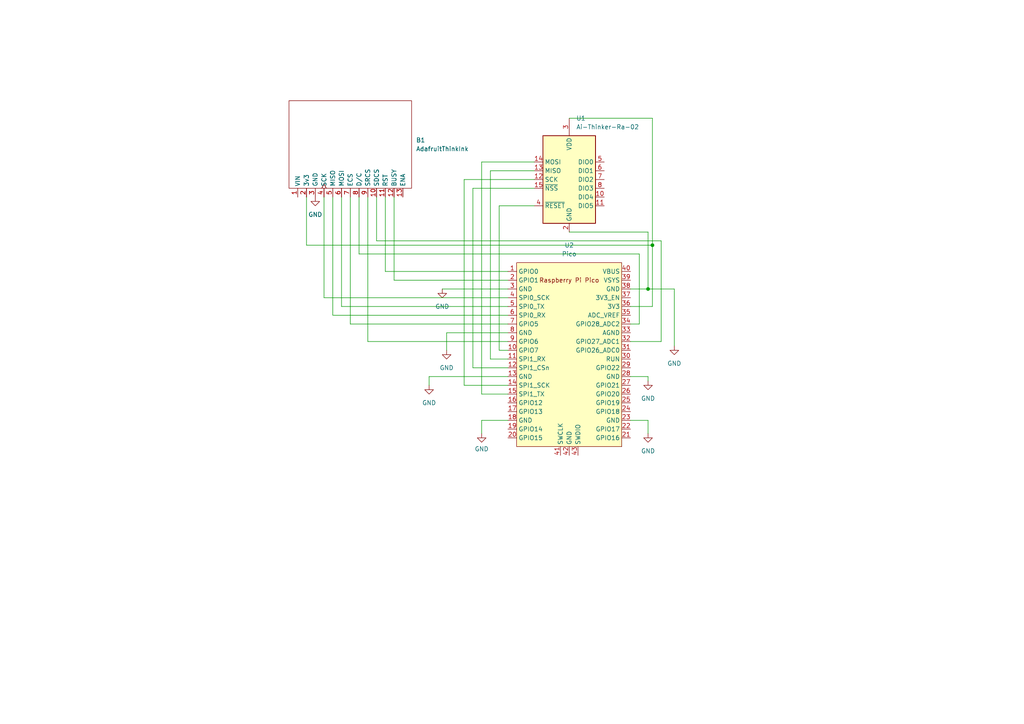
<source format=kicad_sch>
(kicad_sch (version 20211123) (generator eeschema)
  (paper "A4")
  (lib_symbols
    (symbol "RF_Module:Ai-Thinker-Ra-02"
      (property "Reference" "U" (at 2.54 19.05 0))
      (property "Value" "Ai-Thinker-Ra-02" (at 13.97 -15.24 0))
      (symbol "Ai-Thinker-Ra-02_0_1"
        (rectangle (start -7.62 12.7) (end 7.62 -12.7) (stroke (width 0.254)) (fill (type background)))
      )
      (symbol "Ai-Thinker-Ra-02_1_1"
        (pin passive line (at 0 -15.24 90) (length 2.54) hide (name "GND") (number "1"))
        (pin bidirectional line (at 10.16 -5.08 180) (length 2.54) (name "DIO4") (number "10"))
        (pin bidirectional line (at 10.16 -7.62 180) (length 2.54) (name "DIO5") (number "11"))
        (pin input line (at -10.16 0 0) (length 2.54) (name "SCK") (number "12"))
        (pin output line (at -10.16 2.54 0) (length 2.54) (name "MISO") (number "13"))
        (pin input line (at -10.16 5.08 0) (length 2.54) (name "MOSI") (number "14"))
        (pin input line (at -10.16 -2.54 0) (length 2.54) (name "~{NSS}") (number "15"))
        (pin passive line (at 0 -15.24 90) (length 2.54) hide (name "GND") (number "16"))
        (pin power_in line (at 0 -15.24 90) (length 2.54) (name "GND") (number "2"))
        (pin power_in line (at 0 17.78 270) (length 5.08) (name "VDD") (number "3"))
        (pin input line (at -10.16 -7.62 0) (length 2.54) (name "~{RESET}") (number "4"))
        (pin bidirectional line (at 10.16 5.08 180) (length 2.54) (name "DIO0") (number "5"))
        (pin bidirectional line (at 10.16 2.54 180) (length 2.54) (name "DIO1") (number "6"))
        (pin bidirectional line (at 10.16 0 180) (length 2.54) (name "DIO2") (number "7"))
        (pin bidirectional line (at 10.16 -2.54 180) (length 2.54) (name "DIO3") (number "8"))
        (pin passive line (at 0 -15.24 90) (length 2.54) hide (name "GND") (number "9"))
      )
    )
    (symbol "library:AdafruitThinkInk"
      (property "Reference" "B" (at 0 0 0))
      (property "Value" "AdafruitThinkInk" (at 0 0 0))
      (symbol "AdafruitThinkInk_0_1"
        (rectangle (start -16.51 12.7) (end 19.05 -12.7))
      )
      (symbol "AdafruitThinkInk_1_1"
        (pin power_in line (at -13.97 -15.24 90) (length 2.54) (name "VIN") (number "1"))
        (pin input line (at 8.89 -15.24 90) (length 2.54) (name "SDCS") (number "10"))
        (pin input line (at 11.43 -15.24 90) (length 2.54) (name "RST") (number "11"))
        (pin output line (at 13.97 -15.24 90) (length 2.54) (name "BUSY") (number "12"))
        (pin input line (at 16.51 -15.24 90) (length 2.54) (name "ENA") (number "13"))
        (pin power_in line (at -11.43 -15.24 90) (length 2.54) (name "3v3") (number "2"))
        (pin power_in line (at -8.89 -15.24 90) (length 2.54) (name "GND") (number "3"))
        (pin input clock (at -6.35 -15.24 90) (length 2.54) (name "SCK") (number "4"))
        (pin output line (at -3.81 -15.24 90) (length 2.54) (name "MISO") (number "5"))
        (pin input line (at -1.27 -15.24 90) (length 2.54) (name "MOSI") (number "6"))
        (pin input line (at 1.27 -15.24 90) (length 2.54) (name "ECS") (number "7"))
        (pin input line (at 3.81 -15.24 90) (length 2.54) (name "D/C") (number "8"))
        (pin input line (at 6.35 -15.24 90) (length 2.54) (name "SRCS") (number "9"))
      )
    )
    (symbol "pico:Pico"
      (property "Reference" "U2" (at 0 31.75 0))
      (property "Value" "Pico" (at 0 29.21 0))
      (symbol "Pico_0_0"
        (text "Raspberry Pi Pico" (at 0 21.59 0) (effects (font (size 1.27 1.27))))
      )
      (symbol "Pico_0_1"
        (rectangle (start -15.24 26.67) (end 15.24 -26.67) (fill (type background)))
      )
      (symbol "Pico_1_1"
        (pin bidirectional line (at -17.78 24.13 0) (length 2.54) (name "GPIO0") (number "1"))
        (pin bidirectional line (at -17.78 1.27 0) (length 2.54) (name "GPIO7") (number "10"))
        (pin bidirectional line (at -17.78 -1.27 0) (length 2.54) (name "GPIO8") (number "11") (alternate "SPI1 RX" input line))
        (pin bidirectional line (at -17.78 -3.81 0) (length 2.54) (name "GPIO9") (number "12") (alternate "SPI1 CSn" output line))
        (pin power_in line (at -17.78 -6.35 0) (length 2.54) (name "GND") (number "13"))
        (pin bidirectional line (at -17.78 -8.89 0) (length 2.54) (name "GPIO10") (number "14") (alternate "SPI1 SCK" output line))
        (pin bidirectional line (at -17.78 -11.43 0) (length 2.54) (name "GPIO11") (number "15") (alternate "SPI1 TX" output line))
        (pin bidirectional line (at -17.78 -13.97 0) (length 2.54) (name "GPIO12") (number "16"))
        (pin bidirectional line (at -17.78 -16.51 0) (length 2.54) (name "GPIO13") (number "17"))
        (pin power_in line (at -17.78 -19.05 0) (length 2.54) (name "GND") (number "18"))
        (pin bidirectional line (at -17.78 -21.59 0) (length 2.54) (name "GPIO14") (number "19"))
        (pin bidirectional line (at -17.78 21.59 0) (length 2.54) (name "GPIO1") (number "2"))
        (pin bidirectional line (at -17.78 -24.13 0) (length 2.54) (name "GPIO15") (number "20"))
        (pin bidirectional line (at 17.78 -24.13 180) (length 2.54) (name "GPIO16") (number "21"))
        (pin bidirectional line (at 17.78 -21.59 180) (length 2.54) (name "GPIO17") (number "22"))
        (pin power_in line (at 17.78 -19.05 180) (length 2.54) (name "GND") (number "23"))
        (pin bidirectional line (at 17.78 -16.51 180) (length 2.54) (name "GPIO18") (number "24"))
        (pin bidirectional line (at 17.78 -13.97 180) (length 2.54) (name "GPIO19") (number "25"))
        (pin bidirectional line (at 17.78 -11.43 180) (length 2.54) (name "GPIO20") (number "26"))
        (pin bidirectional line (at 17.78 -8.89 180) (length 2.54) (name "GPIO21") (number "27"))
        (pin power_in line (at 17.78 -6.35 180) (length 2.54) (name "GND") (number "28"))
        (pin bidirectional line (at 17.78 -3.81 180) (length 2.54) (name "GPIO22") (number "29"))
        (pin power_in line (at -17.78 19.05 0) (length 2.54) (name "GND") (number "3"))
        (pin input line (at 17.78 -1.27 180) (length 2.54) (name "RUN") (number "30"))
        (pin bidirectional line (at 17.78 1.27 180) (length 2.54) (name "GPIO26_ADC0") (number "31"))
        (pin bidirectional line (at 17.78 3.81 180) (length 2.54) (name "GPIO27_ADC1") (number "32"))
        (pin power_in line (at 17.78 6.35 180) (length 2.54) (name "AGND") (number "33"))
        (pin bidirectional line (at 17.78 8.89 180) (length 2.54) (name "GPIO28_ADC2") (number "34"))
        (pin power_in line (at 17.78 11.43 180) (length 2.54) (name "ADC_VREF") (number "35"))
        (pin power_in line (at 17.78 13.97 180) (length 2.54) (name "3V3") (number "36"))
        (pin input line (at 17.78 16.51 180) (length 2.54) (name "3V3_EN") (number "37"))
        (pin bidirectional line (at 17.78 19.05 180) (length 2.54) (name "GND") (number "38"))
        (pin power_in line (at 17.78 21.59 180) (length 2.54) (name "VSYS") (number "39"))
        (pin bidirectional line (at -17.78 16.51 0) (length 2.54) (name "GPIO2") (number "4") (alternate "SPI0 SCK" output line))
        (pin power_in line (at 17.78 24.13 180) (length 2.54) (name "VBUS") (number "40"))
        (pin input line (at -2.54 -29.21 90) (length 2.54) (name "SWCLK") (number "41"))
        (pin power_in line (at 0 -29.21 90) (length 2.54) (name "GND") (number "42"))
        (pin bidirectional line (at 2.54 -29.21 90) (length 2.54) (name "SWDIO") (number "43"))
        (pin bidirectional line (at -17.78 13.97 0) (length 2.54) (name "GPIO3") (number "5") (alternate "SPI0 TX" output line))
        (pin bidirectional line (at -17.78 11.43 0) (length 2.54) (name "GPIO4") (number "6") (alternate "SPI0 RX" input line))
        (pin bidirectional line (at -17.78 8.89 0) (length 2.54) (name "GPIO5") (number "7"))
        (pin power_in line (at -17.78 6.35 0) (length 2.54) (name "GND") (number "8"))
        (pin bidirectional line (at -17.78 3.81 0) (length 2.54) (name "GPIO6") (number "9"))
      )
    )
    (symbol "power:GND" (power) (pin_names (offset 0))
      (property "Value" "GND" (at 0 -3.81 0))
      (symbol "GND_0_1"
        (polyline (pts (xy 0 0) (xy 0 -1.27) (xy 1.27 -1.27) (xy 0 -2.54) (xy -1.27 -1.27) (xy 0 -1.27)))
      )
      (symbol "GND_1_1"
        (pin power_in line (at 0 0 270) (length 0) hide (name "GND") (number "1"))
      )
    )
  )
  (junction (at 187.96 83.82))
  (junction (at 189.23 71.12))
  (wire (pts (xy 191.77 99.06) (xy 191.77 69.85)))
  (wire (pts (xy 187.96 121.92) (xy 187.96 125.73)))
  (wire (pts (xy 129.54 96.52) (xy 147.32 96.52)))
  (wire (pts (xy 189.23 88.9) (xy 182.88 88.9)))
  (wire (pts (xy 147.32 91.44) (xy 96.52 91.44)))
  (wire (pts (xy 137.16 106.68) (xy 147.32 106.68)))
  (wire (pts (xy 154.94 59.69) (xy 144.78 59.69)))
  (wire (pts (xy 154.94 54.61) (xy 137.16 54.61)))
  (wire (pts (xy 144.78 101.6) (xy 147.32 101.6)))
  (wire (pts (xy 93.98 86.36) (xy 93.98 57.15)))
  (wire (pts (xy 142.24 104.14) (xy 142.24 49.53)))
  (wire (pts (xy 189.23 71.12) (xy 88.9 71.12)))
  (wire (pts (xy 134.62 52.07) (xy 134.62 111.76)))
  (wire (pts (xy 195.58 83.82) (xy 195.58 100.33)))
  (wire (pts (xy 109.22 69.85) (xy 109.22 57.15)))
  (wire (pts (xy 147.32 88.9) (xy 99.06 88.9)))
  (wire (pts (xy 104.14 73.66) (xy 104.14 57.15)))
  (wire (pts (xy 191.77 69.85) (xy 109.22 69.85)))
  (wire (pts (xy 124.46 109.22) (xy 147.32 109.22)))
  (wire (pts (xy 144.78 59.69) (xy 144.78 101.6)))
  (wire (pts (xy 182.88 99.06) (xy 191.77 99.06)))
  (wire (pts (xy 129.54 101.6) (xy 129.54 96.52)))
  (wire (pts (xy 185.42 93.98) (xy 185.42 73.66)))
  (wire (pts (xy 147.32 99.06) (xy 106.68 99.06)))
  (wire (pts (xy 88.9 71.12) (xy 88.9 57.15)))
  (wire (pts (xy 187.96 83.82) (xy 182.88 83.82)))
  (wire (pts (xy 99.06 88.9) (xy 99.06 57.15)))
  (wire (pts (xy 128.27 83.82) (xy 147.32 83.82)))
  (wire (pts (xy 182.88 121.92) (xy 187.96 121.92)))
  (wire (pts (xy 111.76 57.15) (xy 111.76 78.74)))
  (wire (pts (xy 189.23 34.29) (xy 189.23 71.12)))
  (wire (pts (xy 165.1 34.29) (xy 189.23 34.29)))
  (wire (pts (xy 139.7 46.99) (xy 139.7 114.3)))
  (wire (pts (xy 147.32 93.98) (xy 101.6 93.98)))
  (wire (pts (xy 114.3 57.15) (xy 114.3 81.28)))
  (wire (pts (xy 187.96 109.22) (xy 187.96 110.49)))
  (wire (pts (xy 101.6 93.98) (xy 101.6 57.15)))
  (wire (pts (xy 187.96 67.31) (xy 187.96 83.82)))
  (wire (pts (xy 142.24 49.53) (xy 154.94 49.53)))
  (wire (pts (xy 154.94 52.07) (xy 134.62 52.07)))
  (wire (pts (xy 137.16 54.61) (xy 137.16 106.68)))
  (wire (pts (xy 147.32 86.36) (xy 93.98 86.36)))
  (wire (pts (xy 106.68 99.06) (xy 106.68 57.15)))
  (wire (pts (xy 139.7 114.3) (xy 147.32 114.3)))
  (wire (pts (xy 147.32 104.14) (xy 142.24 104.14)))
  (wire (pts (xy 185.42 73.66) (xy 104.14 73.66)))
  (wire (pts (xy 187.96 83.82) (xy 195.58 83.82)))
  (wire (pts (xy 114.3 81.28) (xy 147.32 81.28)))
  (wire (pts (xy 96.52 91.44) (xy 96.52 57.15)))
  (wire (pts (xy 154.94 46.99) (xy 139.7 46.99)))
  (wire (pts (xy 165.1 67.31) (xy 187.96 67.31)))
  (wire (pts (xy 124.46 109.22) (xy 124.46 111.76)))
  (wire (pts (xy 182.88 93.98) (xy 185.42 93.98)))
  (wire (pts (xy 189.23 71.12) (xy 189.23 88.9)))
  (wire (pts (xy 182.88 109.22) (xy 187.96 109.22)))
  (wire (pts (xy 134.62 111.76) (xy 147.32 111.76)))
  (wire (pts (xy 139.7 125.73) (xy 139.7 121.92)))
  (wire (pts (xy 139.7 121.92) (xy 147.32 121.92)))
  (wire (pts (xy 147.32 78.74) (xy 111.76 78.74)))
  (symbol (lib_id "power:GND") (at 129.54 101.6 0) (unit 1)
    (property "Reference" "#PWR0102" (effects hide))
    (property "Value" "GND" (at 129.54 106.68 0))
  )
  (symbol (lib_id "power:GND") (at 128.27 83.82 0) (unit 1)
    (property "Reference" "#PWR0103" (effects hide))
    (property "Value" "GND" (at 128.27 88.9 0))
  )
  (symbol (lib_id "power:GND") (at 195.58 100.33 0) (unit 1)
    (property "Reference" "#PWR0101" (effects hide))
    (property "Value" "GND" (at 195.58 105.41 0))
  )
  (symbol (lib_id "power:GND") (at 187.96 125.73 0) (unit 1)
    (property "Reference" "#PWR0106" (effects hide))
    (property "Value" "GND" (at 187.96 130.81 0))
  )
  (symbol (lib_id "library:AdafruitThinkInk") (at 100.33 41.91 0) (unit 1)
    (property "Reference" "B1" (at 120.65 40.6399 0) (effects (justify left)))
    (property "Value" "AdafruitThinkInk" (at 120.65 43.1799 0) (effects (justify left)))
    (property "Footprint" "Library:Adafruit ThinkInk Tricolor 200" (effects hide))
  )
  (symbol (lib_id "power:GND") (at 124.46 111.76 0) (unit 1)
    (property "Reference" "#PWR0104" (effects hide))
    (property "Value" "GND" (at 124.46 116.84 0))
  )
  (symbol (lib_id "power:GND") (at 91.44 57.15 0) (unit 1)
    (property "Reference" "#PWR0108" (effects hide))
    (property "Value" "GND" (at 91.44 62.23 0))
  )
  (symbol (lib_id "power:GND") (at 187.96 110.49 0) (unit 1)
    (property "Reference" "#PWR0107" (effects hide))
    (property "Value" "GND" (at 187.96 115.57 0))
  )
  (symbol (lib_id "RF_Module:Ai-Thinker-Ra-02") (at 165.1 52.07 0) (unit 1)
    (property "Reference" "U1" (at 167.1194 34.29 0) (effects (justify left)))
    (property "Value" "Ai-Thinker-Ra-02" (at 167.1194 36.83 0) (effects (justify left)))
    (property "Footprint" "Library:DIP-16_RA_02" (effects hide))
    (property "Datasheet" "http://wiki.ai-thinker.com/_media/lora/docs/c048ps01a1_ra-02_product_specification_v1.1.pdf" (effects hide))
  )
  (symbol (lib_id "power:GND") (at 139.7 125.73 0) (unit 1)
    (property "Reference" "#PWR0105" (effects hide))
    (property "Value" "GND" (at 139.7 130.2187 0))
  )
  (symbol (lib_id "pico:Pico") (at 165.1 102.87 0) (unit 1)
    (property "Reference" "U2" (at 165.1 71.12 0))
    (property "Value" "Pico" (at 165.1 73.66 0))
    (property "Footprint" "MCU_RaspberryPi_and_Boards:RPi_Pico_SMD_TH" (effects hide))
    (pin "11" (alternate "SPI1 RX"))
    (pin "12" (alternate "SPI1 CSn"))
    (pin "14" (alternate "SPI1 SCK"))
    (pin "15" (alternate "SPI1 TX"))
    (pin "4" (alternate "SPI0 SCK"))
    (pin "5" (alternate "SPI0 TX"))
    (pin "6" (alternate "SPI0 RX"))
  )
)
</source>
